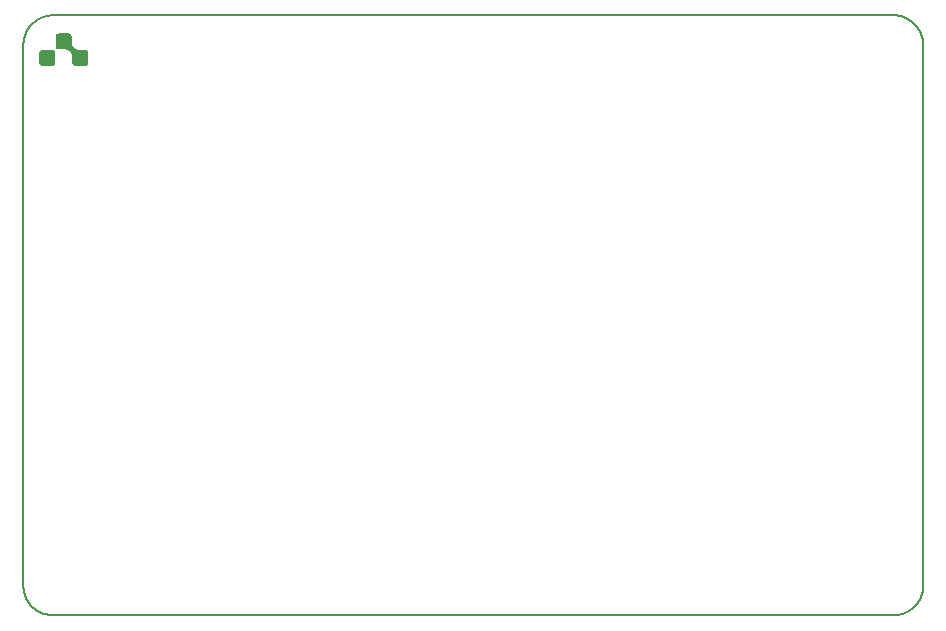
<source format=gbo>
G75*
%MOIN*%
%OFA0B0*%
%FSLAX25Y25*%
%IPPOS*%
%LPD*%
%AMOC8*
5,1,8,0,0,1.08239X$1,22.5*
%
%ADD10C,0.00500*%
%ADD11C,0.00300*%
D10*
X0015000Y0005000D02*
X0295000Y0005000D01*
X0295242Y0005003D01*
X0295483Y0005012D01*
X0295724Y0005026D01*
X0295965Y0005047D01*
X0296205Y0005073D01*
X0296445Y0005105D01*
X0296684Y0005143D01*
X0296921Y0005186D01*
X0297158Y0005236D01*
X0297393Y0005291D01*
X0297627Y0005351D01*
X0297859Y0005418D01*
X0298090Y0005489D01*
X0298319Y0005567D01*
X0298546Y0005650D01*
X0298771Y0005738D01*
X0298994Y0005832D01*
X0299214Y0005931D01*
X0299432Y0006036D01*
X0299647Y0006145D01*
X0299860Y0006260D01*
X0300070Y0006380D01*
X0300276Y0006505D01*
X0300480Y0006635D01*
X0300681Y0006770D01*
X0300878Y0006910D01*
X0301072Y0007054D01*
X0301262Y0007203D01*
X0301448Y0007357D01*
X0301631Y0007515D01*
X0301810Y0007677D01*
X0301985Y0007844D01*
X0302156Y0008015D01*
X0302323Y0008190D01*
X0302485Y0008369D01*
X0302643Y0008552D01*
X0302797Y0008738D01*
X0302946Y0008928D01*
X0303090Y0009122D01*
X0303230Y0009319D01*
X0303365Y0009520D01*
X0303495Y0009724D01*
X0303620Y0009930D01*
X0303740Y0010140D01*
X0303855Y0010353D01*
X0303964Y0010568D01*
X0304069Y0010786D01*
X0304168Y0011006D01*
X0304262Y0011229D01*
X0304350Y0011454D01*
X0304433Y0011681D01*
X0304511Y0011910D01*
X0304582Y0012141D01*
X0304649Y0012373D01*
X0304709Y0012607D01*
X0304764Y0012842D01*
X0304814Y0013079D01*
X0304857Y0013316D01*
X0304895Y0013555D01*
X0304927Y0013795D01*
X0304953Y0014035D01*
X0304974Y0014276D01*
X0304988Y0014517D01*
X0304997Y0014758D01*
X0305000Y0015000D01*
X0305000Y0195000D01*
X0304997Y0195242D01*
X0304988Y0195483D01*
X0304974Y0195724D01*
X0304953Y0195965D01*
X0304927Y0196205D01*
X0304895Y0196445D01*
X0304857Y0196684D01*
X0304814Y0196921D01*
X0304764Y0197158D01*
X0304709Y0197393D01*
X0304649Y0197627D01*
X0304582Y0197859D01*
X0304511Y0198090D01*
X0304433Y0198319D01*
X0304350Y0198546D01*
X0304262Y0198771D01*
X0304168Y0198994D01*
X0304069Y0199214D01*
X0303964Y0199432D01*
X0303855Y0199647D01*
X0303740Y0199860D01*
X0303620Y0200070D01*
X0303495Y0200276D01*
X0303365Y0200480D01*
X0303230Y0200681D01*
X0303090Y0200878D01*
X0302946Y0201072D01*
X0302797Y0201262D01*
X0302643Y0201448D01*
X0302485Y0201631D01*
X0302323Y0201810D01*
X0302156Y0201985D01*
X0301985Y0202156D01*
X0301810Y0202323D01*
X0301631Y0202485D01*
X0301448Y0202643D01*
X0301262Y0202797D01*
X0301072Y0202946D01*
X0300878Y0203090D01*
X0300681Y0203230D01*
X0300480Y0203365D01*
X0300276Y0203495D01*
X0300070Y0203620D01*
X0299860Y0203740D01*
X0299647Y0203855D01*
X0299432Y0203964D01*
X0299214Y0204069D01*
X0298994Y0204168D01*
X0298771Y0204262D01*
X0298546Y0204350D01*
X0298319Y0204433D01*
X0298090Y0204511D01*
X0297859Y0204582D01*
X0297627Y0204649D01*
X0297393Y0204709D01*
X0297158Y0204764D01*
X0296921Y0204814D01*
X0296684Y0204857D01*
X0296445Y0204895D01*
X0296205Y0204927D01*
X0295965Y0204953D01*
X0295724Y0204974D01*
X0295483Y0204988D01*
X0295242Y0204997D01*
X0295000Y0205000D01*
X0015000Y0205000D01*
X0014758Y0204997D01*
X0014517Y0204988D01*
X0014276Y0204974D01*
X0014035Y0204953D01*
X0013795Y0204927D01*
X0013555Y0204895D01*
X0013316Y0204857D01*
X0013079Y0204814D01*
X0012842Y0204764D01*
X0012607Y0204709D01*
X0012373Y0204649D01*
X0012141Y0204582D01*
X0011910Y0204511D01*
X0011681Y0204433D01*
X0011454Y0204350D01*
X0011229Y0204262D01*
X0011006Y0204168D01*
X0010786Y0204069D01*
X0010568Y0203964D01*
X0010353Y0203855D01*
X0010140Y0203740D01*
X0009930Y0203620D01*
X0009724Y0203495D01*
X0009520Y0203365D01*
X0009319Y0203230D01*
X0009122Y0203090D01*
X0008928Y0202946D01*
X0008738Y0202797D01*
X0008552Y0202643D01*
X0008369Y0202485D01*
X0008190Y0202323D01*
X0008015Y0202156D01*
X0007844Y0201985D01*
X0007677Y0201810D01*
X0007515Y0201631D01*
X0007357Y0201448D01*
X0007203Y0201262D01*
X0007054Y0201072D01*
X0006910Y0200878D01*
X0006770Y0200681D01*
X0006635Y0200480D01*
X0006505Y0200276D01*
X0006380Y0200070D01*
X0006260Y0199860D01*
X0006145Y0199647D01*
X0006036Y0199432D01*
X0005931Y0199214D01*
X0005832Y0198994D01*
X0005738Y0198771D01*
X0005650Y0198546D01*
X0005567Y0198319D01*
X0005489Y0198090D01*
X0005418Y0197859D01*
X0005351Y0197627D01*
X0005291Y0197393D01*
X0005236Y0197158D01*
X0005186Y0196921D01*
X0005143Y0196684D01*
X0005105Y0196445D01*
X0005073Y0196205D01*
X0005047Y0195965D01*
X0005026Y0195724D01*
X0005012Y0195483D01*
X0005003Y0195242D01*
X0005000Y0195000D01*
X0005000Y0015000D01*
X0005003Y0014758D01*
X0005012Y0014517D01*
X0005026Y0014276D01*
X0005047Y0014035D01*
X0005073Y0013795D01*
X0005105Y0013555D01*
X0005143Y0013316D01*
X0005186Y0013079D01*
X0005236Y0012842D01*
X0005291Y0012607D01*
X0005351Y0012373D01*
X0005418Y0012141D01*
X0005489Y0011910D01*
X0005567Y0011681D01*
X0005650Y0011454D01*
X0005738Y0011229D01*
X0005832Y0011006D01*
X0005931Y0010786D01*
X0006036Y0010568D01*
X0006145Y0010353D01*
X0006260Y0010140D01*
X0006380Y0009930D01*
X0006505Y0009724D01*
X0006635Y0009520D01*
X0006770Y0009319D01*
X0006910Y0009122D01*
X0007054Y0008928D01*
X0007203Y0008738D01*
X0007357Y0008552D01*
X0007515Y0008369D01*
X0007677Y0008190D01*
X0007844Y0008015D01*
X0008015Y0007844D01*
X0008190Y0007677D01*
X0008369Y0007515D01*
X0008552Y0007357D01*
X0008738Y0007203D01*
X0008928Y0007054D01*
X0009122Y0006910D01*
X0009319Y0006770D01*
X0009520Y0006635D01*
X0009724Y0006505D01*
X0009930Y0006380D01*
X0010140Y0006260D01*
X0010353Y0006145D01*
X0010568Y0006036D01*
X0010786Y0005931D01*
X0011006Y0005832D01*
X0011229Y0005738D01*
X0011454Y0005650D01*
X0011681Y0005567D01*
X0011910Y0005489D01*
X0012141Y0005418D01*
X0012373Y0005351D01*
X0012607Y0005291D01*
X0012842Y0005236D01*
X0013079Y0005186D01*
X0013316Y0005143D01*
X0013555Y0005105D01*
X0013795Y0005073D01*
X0014035Y0005047D01*
X0014276Y0005026D01*
X0014517Y0005012D01*
X0014758Y0005003D01*
X0015000Y0005000D01*
D11*
X0014276Y0188425D02*
X0011276Y0188425D01*
X0011017Y0188459D01*
X0010776Y0188559D01*
X0010568Y0188718D01*
X0010410Y0188925D01*
X0010310Y0189166D01*
X0010276Y0189425D01*
X0010276Y0192425D01*
X0010310Y0192684D01*
X0010410Y0192925D01*
X0010568Y0193132D01*
X0010776Y0193291D01*
X0011017Y0193391D01*
X0011276Y0193425D01*
X0014276Y0193425D01*
X0014534Y0193391D01*
X0014776Y0193291D01*
X0014983Y0193132D01*
X0015142Y0192925D01*
X0015242Y0192684D01*
X0015276Y0192425D01*
X0015276Y0189425D01*
X0015242Y0189166D01*
X0015142Y0188925D01*
X0014983Y0188718D01*
X0014776Y0188559D01*
X0014534Y0188459D01*
X0014276Y0188425D01*
X0014809Y0188584D02*
X0010743Y0188584D01*
X0010442Y0188883D02*
X0015109Y0188883D01*
X0015243Y0189181D02*
X0010308Y0189181D01*
X0010276Y0189480D02*
X0015276Y0189480D01*
X0015276Y0189779D02*
X0010276Y0189779D01*
X0010276Y0190077D02*
X0015276Y0190077D01*
X0015276Y0190376D02*
X0010276Y0190376D01*
X0010276Y0190674D02*
X0015276Y0190674D01*
X0015276Y0190973D02*
X0010276Y0190973D01*
X0010276Y0191271D02*
X0015276Y0191271D01*
X0015276Y0191570D02*
X0010276Y0191570D01*
X0010276Y0191868D02*
X0015276Y0191868D01*
X0015276Y0192167D02*
X0010276Y0192167D01*
X0010281Y0192465D02*
X0015270Y0192465D01*
X0015209Y0192764D02*
X0010343Y0192764D01*
X0010515Y0193062D02*
X0015037Y0193062D01*
X0014608Y0193361D02*
X0010943Y0193361D01*
X0015810Y0194666D02*
X0015776Y0194925D01*
X0015776Y0197925D01*
X0015810Y0198184D01*
X0015910Y0198425D01*
X0016068Y0198632D01*
X0016276Y0198791D01*
X0016517Y0198891D01*
X0016776Y0198925D01*
X0019776Y0198925D01*
X0020034Y0198891D01*
X0020276Y0198791D01*
X0020483Y0198632D01*
X0020642Y0198425D01*
X0020742Y0198184D01*
X0020776Y0197925D01*
X0020776Y0195925D01*
X0020824Y0195437D01*
X0020966Y0194968D01*
X0021197Y0194536D01*
X0021508Y0194157D01*
X0021887Y0193847D01*
X0022319Y0193616D01*
X0022788Y0193473D01*
X0023276Y0193425D01*
X0025276Y0193425D01*
X0025534Y0193391D01*
X0025776Y0193291D01*
X0025983Y0193132D01*
X0026142Y0192925D01*
X0026242Y0192684D01*
X0026276Y0192425D01*
X0026276Y0189425D01*
X0026242Y0189166D01*
X0026142Y0188925D01*
X0025983Y0188718D01*
X0025776Y0188559D01*
X0025534Y0188459D01*
X0025276Y0188425D01*
X0022276Y0188425D01*
X0022017Y0188459D01*
X0021776Y0188559D01*
X0021568Y0188718D01*
X0021410Y0188925D01*
X0021310Y0189166D01*
X0021276Y0189425D01*
X0021276Y0191425D01*
X0021228Y0191913D01*
X0021085Y0192382D01*
X0020854Y0192814D01*
X0020543Y0193193D01*
X0020165Y0193504D01*
X0019732Y0193735D01*
X0019263Y0193877D01*
X0018776Y0193925D01*
X0016776Y0193925D01*
X0016517Y0193959D01*
X0016276Y0194059D01*
X0016068Y0194218D01*
X0015910Y0194425D01*
X0015810Y0194666D01*
X0015856Y0194555D02*
X0021187Y0194555D01*
X0021028Y0194853D02*
X0015785Y0194853D01*
X0015776Y0195152D02*
X0020910Y0195152D01*
X0020822Y0195450D02*
X0015776Y0195450D01*
X0015776Y0195749D02*
X0020793Y0195749D01*
X0020776Y0196047D02*
X0015776Y0196047D01*
X0015776Y0196346D02*
X0020776Y0196346D01*
X0020776Y0196644D02*
X0015776Y0196644D01*
X0015776Y0196943D02*
X0020776Y0196943D01*
X0020776Y0197241D02*
X0015776Y0197241D01*
X0015776Y0197540D02*
X0020776Y0197540D01*
X0020776Y0197838D02*
X0015776Y0197838D01*
X0015803Y0198137D02*
X0020748Y0198137D01*
X0020634Y0198435D02*
X0015917Y0198435D01*
X0016201Y0198734D02*
X0020350Y0198734D01*
X0021427Y0194256D02*
X0016039Y0194256D01*
X0016529Y0193958D02*
X0021751Y0193958D01*
X0022237Y0193659D02*
X0019874Y0193659D01*
X0020339Y0193361D02*
X0025608Y0193361D01*
X0026037Y0193062D02*
X0020651Y0193062D01*
X0020881Y0192764D02*
X0026209Y0192764D01*
X0026270Y0192465D02*
X0021041Y0192465D01*
X0021151Y0192167D02*
X0026276Y0192167D01*
X0026276Y0191868D02*
X0021232Y0191868D01*
X0021261Y0191570D02*
X0026276Y0191570D01*
X0026276Y0191271D02*
X0021276Y0191271D01*
X0021276Y0190973D02*
X0026276Y0190973D01*
X0026276Y0190674D02*
X0021276Y0190674D01*
X0021276Y0190376D02*
X0026276Y0190376D01*
X0026276Y0190077D02*
X0021276Y0190077D01*
X0021276Y0189779D02*
X0026276Y0189779D01*
X0026276Y0189480D02*
X0021276Y0189480D01*
X0021308Y0189181D02*
X0026244Y0189181D01*
X0026109Y0188883D02*
X0021442Y0188883D01*
X0021743Y0188584D02*
X0025809Y0188584D01*
M02*

</source>
